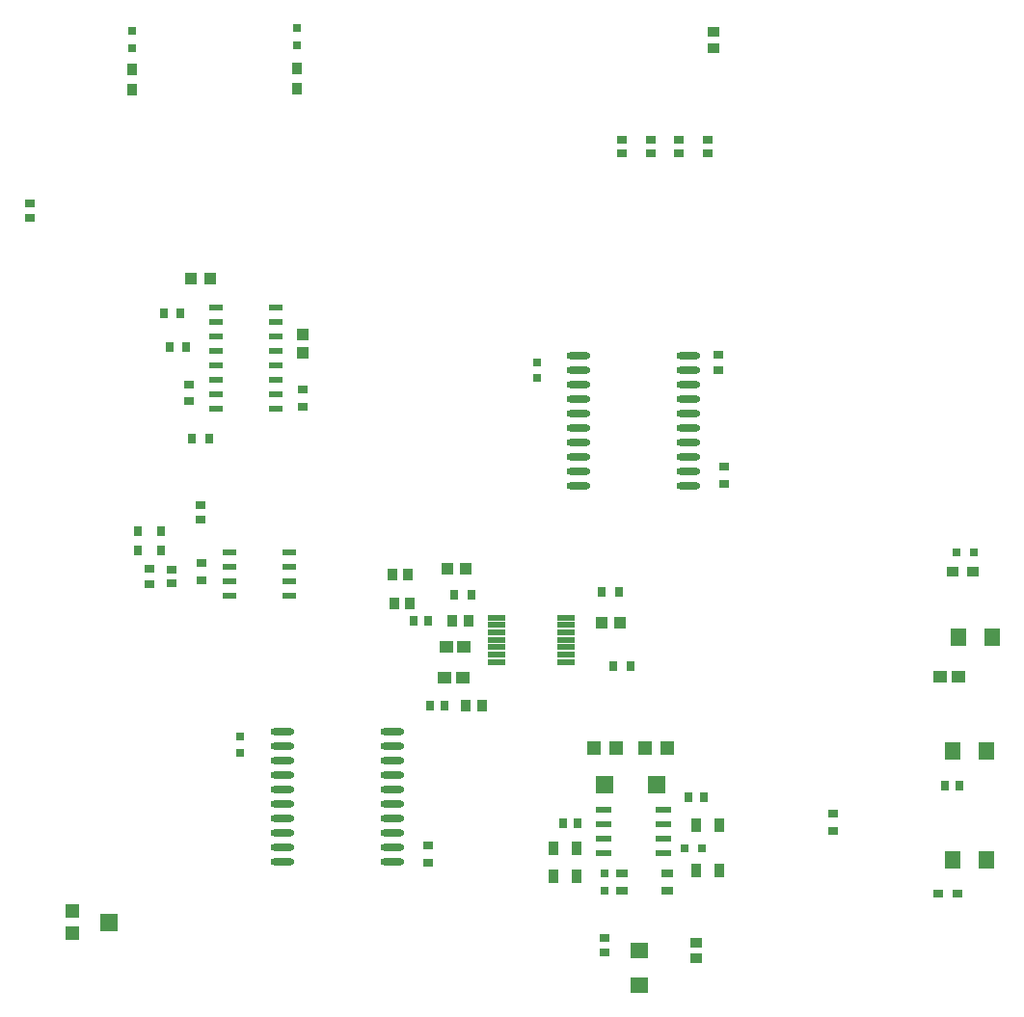
<source format=gbp>
%TF.GenerationSoftware,Altium Limited,Altium Designer,23.1.1 (15)*%
G04 Layer_Color=128*
%FSLAX25Y25*%
%MOIN*%
%TF.SameCoordinates,FA324DF6-1FC1-44E6-B842-7DB02DEBFDBB*%
%TF.FilePolarity,Positive*%
%TF.FileFunction,Paste,Bot*%
%TF.Part,Single*%
G01*
G75*
%TA.AperFunction,SMDPad,CuDef*%
%ADD40R,0.03543X0.03150*%
G04:AMPARAMS|DCode=41|XSize=21.65mil|YSize=49.21mil|CornerRadius=1.95mil|HoleSize=0mil|Usage=FLASHONLY|Rotation=270.000|XOffset=0mil|YOffset=0mil|HoleType=Round|Shape=RoundedRectangle|*
%AMROUNDEDRECTD41*
21,1,0.02165,0.04532,0,0,270.0*
21,1,0.01776,0.04921,0,0,270.0*
1,1,0.00390,-0.02266,-0.00888*
1,1,0.00390,-0.02266,0.00888*
1,1,0.00390,0.02266,0.00888*
1,1,0.00390,0.02266,-0.00888*
%
%ADD41ROUNDEDRECTD41*%
%ADD42R,0.02756X0.02756*%
%ADD43R,0.03150X0.03543*%
%ADD44R,0.03740X0.03150*%
%ADD45R,0.03150X0.03543*%
%ADD46R,0.03543X0.04134*%
G04:AMPARAMS|DCode=47|XSize=17.72mil|YSize=62.99mil|CornerRadius=1.95mil|HoleSize=0mil|Usage=FLASHONLY|Rotation=270.000|XOffset=0mil|YOffset=0mil|HoleType=Round|Shape=RoundedRectangle|*
%AMROUNDEDRECTD47*
21,1,0.01772,0.05909,0,0,270.0*
21,1,0.01382,0.06299,0,0,270.0*
1,1,0.00390,-0.02955,-0.00691*
1,1,0.00390,-0.02955,0.00691*
1,1,0.00390,0.02955,0.00691*
1,1,0.00390,0.02955,-0.00691*
%
%ADD47ROUNDEDRECTD47*%
%ADD48R,0.04724X0.04724*%
%ADD49R,0.05906X0.06299*%
%ADD50O,0.08268X0.02559*%
%ADD51R,0.05118X0.02362*%
%ADD52R,0.03394X0.02613*%
%ADD53R,0.06299X0.05512*%
%ADD54R,0.03937X0.03543*%
%ADD55R,0.03150X0.03150*%
%ADD56R,0.03150X0.03740*%
%ADD57R,0.04469X0.04182*%
%ADD58R,0.04952X0.03985*%
%ADD59R,0.04724X0.04724*%
%ADD60R,0.06299X0.05906*%
%ADD61R,0.03937X0.02953*%
%ADD62R,0.04134X0.03543*%
%ADD63R,0.03543X0.02953*%
%ADD64R,0.05512X0.06299*%
%ADD65R,0.04560X0.03985*%
%ADD66R,0.02613X0.03394*%
%ADD67R,0.03543X0.03150*%
%ADD68R,0.03150X0.03150*%
%ADD69R,0.05512X0.02362*%
%ADD70R,0.03543X0.03937*%
%ADD71R,0.04182X0.04469*%
%ADD72R,0.03765X0.04749*%
D40*
X-287402Y217520D02*
D03*
Y211614D02*
D03*
X-64961Y68898D02*
D03*
Y62992D02*
D03*
X-283312Y149828D02*
D03*
Y155734D02*
D03*
X-248031Y215551D02*
D03*
Y209646D02*
D03*
X-102362Y188976D02*
D03*
Y183071D02*
D03*
X-204724Y58071D02*
D03*
Y52165D02*
D03*
D41*
X-278051Y208878D02*
D03*
Y213878D02*
D03*
Y218878D02*
D03*
Y223878D02*
D03*
Y228878D02*
D03*
Y233878D02*
D03*
Y238878D02*
D03*
Y243878D02*
D03*
X-257382Y208878D02*
D03*
Y213878D02*
D03*
Y218878D02*
D03*
Y223878D02*
D03*
Y228878D02*
D03*
Y233878D02*
D03*
Y238878D02*
D03*
Y243878D02*
D03*
D42*
X-167323Y219685D02*
D03*
Y225197D02*
D03*
X-269685Y90056D02*
D03*
Y95568D02*
D03*
D43*
X-288386Y230315D02*
D03*
X-294291D02*
D03*
X-296260Y242126D02*
D03*
X-290354D02*
D03*
X-286417Y198819D02*
D03*
X-280512D02*
D03*
X-134843Y120079D02*
D03*
X-140748D02*
D03*
X-144685Y145669D02*
D03*
X-138779D02*
D03*
X-189899Y144569D02*
D03*
X-195805D02*
D03*
D44*
X-108268Y297244D02*
D03*
Y302165D02*
D03*
X-118110Y297244D02*
D03*
Y302165D02*
D03*
X-127953Y297244D02*
D03*
Y302165D02*
D03*
X-137795Y297244D02*
D03*
Y302165D02*
D03*
X-342520Y280118D02*
D03*
Y275000D02*
D03*
X-104331Y222441D02*
D03*
Y227559D02*
D03*
X-301181Y148425D02*
D03*
Y153543D02*
D03*
X-283465Y175787D02*
D03*
Y170669D02*
D03*
D45*
X-305118Y166732D02*
D03*
Y160039D02*
D03*
X-296993Y160003D02*
D03*
Y166695D02*
D03*
D46*
X-196457Y135827D02*
D03*
X-190945D02*
D03*
X-191732Y106299D02*
D03*
X-186221D02*
D03*
X-211811Y151575D02*
D03*
X-217323D02*
D03*
X-211024Y141732D02*
D03*
X-216535D02*
D03*
D47*
X-157087Y121457D02*
D03*
Y136811D02*
D03*
Y134252D02*
D03*
Y131693D02*
D03*
Y129134D02*
D03*
Y126575D02*
D03*
Y124016D02*
D03*
X-181102Y136811D02*
D03*
Y134252D02*
D03*
Y131693D02*
D03*
Y129134D02*
D03*
Y126575D02*
D03*
Y124016D02*
D03*
Y121457D02*
D03*
D48*
X-327953Y35433D02*
D03*
Y27559D02*
D03*
D49*
X-315158Y31496D02*
D03*
D50*
X-217126Y97303D02*
D03*
Y92303D02*
D03*
Y87303D02*
D03*
Y82303D02*
D03*
Y77303D02*
D03*
Y72303D02*
D03*
Y67303D02*
D03*
Y62303D02*
D03*
Y57303D02*
D03*
Y52303D02*
D03*
X-255315Y97303D02*
D03*
Y92303D02*
D03*
Y87303D02*
D03*
Y82303D02*
D03*
Y77303D02*
D03*
Y72303D02*
D03*
Y67303D02*
D03*
Y62303D02*
D03*
Y57303D02*
D03*
Y52303D02*
D03*
X-114764Y227224D02*
D03*
Y222224D02*
D03*
Y217224D02*
D03*
Y212224D02*
D03*
Y207224D02*
D03*
Y202224D02*
D03*
Y197224D02*
D03*
Y192224D02*
D03*
Y187224D02*
D03*
Y182224D02*
D03*
X-152953Y227224D02*
D03*
Y222224D02*
D03*
Y217224D02*
D03*
Y212224D02*
D03*
Y207224D02*
D03*
Y202224D02*
D03*
Y197224D02*
D03*
Y192224D02*
D03*
Y187224D02*
D03*
Y182224D02*
D03*
D51*
X-273622Y144449D02*
D03*
Y149449D02*
D03*
Y154449D02*
D03*
Y159449D02*
D03*
X-252756D02*
D03*
Y154449D02*
D03*
Y149449D02*
D03*
Y144449D02*
D03*
D52*
X-143701Y26100D02*
D03*
Y21144D02*
D03*
D53*
X-131890Y21654D02*
D03*
Y9843D02*
D03*
D54*
X-23475Y152784D02*
D03*
X-16389D02*
D03*
D55*
X-22204Y159451D02*
D03*
X-16298D02*
D03*
X-110236Y57087D02*
D03*
X-116142D02*
D03*
D56*
X-209842Y135827D02*
D03*
X-204724D02*
D03*
X-204222Y106264D02*
D03*
X-199104D02*
D03*
X-114764Y74803D02*
D03*
X-109646D02*
D03*
X-158120Y65766D02*
D03*
X-153002D02*
D03*
D57*
X-138555Y135167D02*
D03*
X-144975D02*
D03*
X-198092Y153543D02*
D03*
X-191672D02*
D03*
X-286675Y253937D02*
D03*
X-280254D02*
D03*
D58*
X-192913Y116142D02*
D03*
X-199033D02*
D03*
X-192535Y126810D02*
D03*
X-198654D02*
D03*
D59*
X-147638Y91732D02*
D03*
X-139764D02*
D03*
X-129921D02*
D03*
X-122047D02*
D03*
D60*
X-143701Y78937D02*
D03*
X-125984D02*
D03*
D61*
X-137795Y48228D02*
D03*
Y42323D02*
D03*
X-122047Y48228D02*
D03*
Y42323D02*
D03*
D62*
X-106299Y333858D02*
D03*
Y339370D02*
D03*
X-112205Y18898D02*
D03*
Y24409D02*
D03*
D63*
X-293443Y148585D02*
D03*
Y153310D02*
D03*
D64*
X-23622Y53150D02*
D03*
X-11811D02*
D03*
X-23622Y90551D02*
D03*
X-11811D02*
D03*
X-21654Y129921D02*
D03*
X-9843D02*
D03*
D65*
X-21566Y116487D02*
D03*
X-27881D02*
D03*
D66*
X-21144Y78740D02*
D03*
X-26100D02*
D03*
D67*
X-21668Y41434D02*
D03*
X-28361D02*
D03*
D68*
X-143701Y42323D02*
D03*
Y48229D02*
D03*
X-307087Y339567D02*
D03*
Y333661D02*
D03*
X-250000Y340551D02*
D03*
Y334646D02*
D03*
D69*
X-123425Y55492D02*
D03*
Y60492D02*
D03*
Y65492D02*
D03*
Y70492D02*
D03*
X-144291D02*
D03*
Y65492D02*
D03*
Y60492D02*
D03*
Y55492D02*
D03*
D70*
X-250000Y319685D02*
D03*
Y326772D02*
D03*
X-307087Y319291D02*
D03*
Y326378D02*
D03*
D71*
X-248031Y228346D02*
D03*
Y234767D02*
D03*
D72*
X-104134Y64961D02*
D03*
X-112205D02*
D03*
X-104232Y49213D02*
D03*
X-112303D02*
D03*
X-161516Y47244D02*
D03*
X-153445D02*
D03*
X-161516Y57087D02*
D03*
X-153445D02*
D03*
%TF.MD5,e0637e2d8d2c61d8fa999dabd99efc44*%
M02*

</source>
